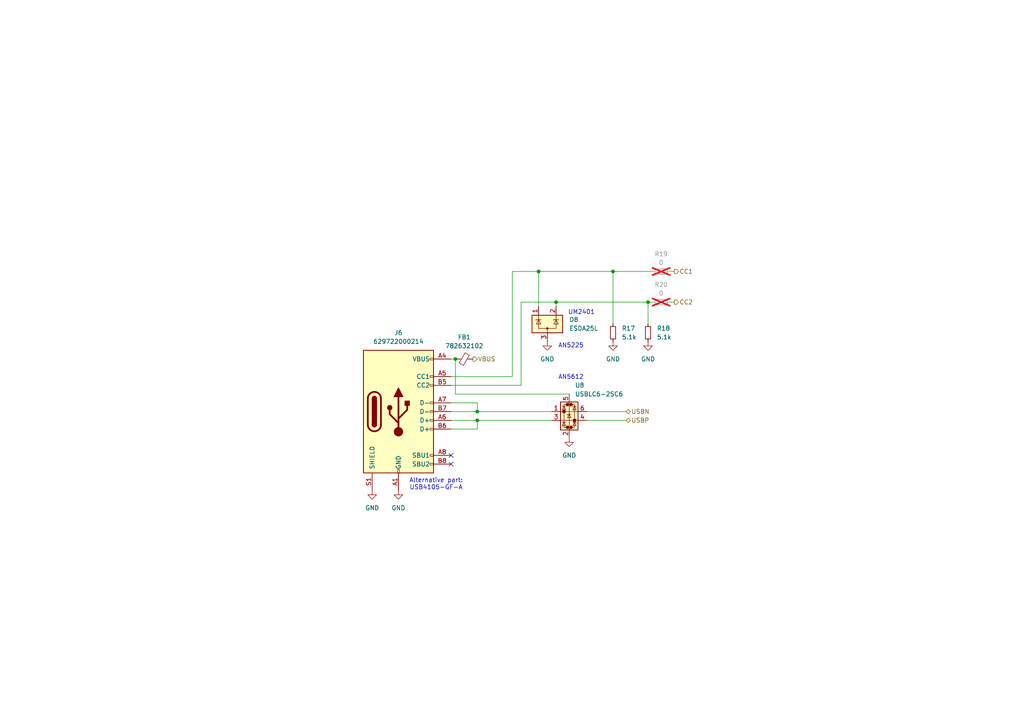
<source format=kicad_sch>
(kicad_sch (version 20231120) (generator "eeschema") (generator_version "8.0")
  (paper "A4")
  (title_block (title "USB Type-C"))
  (lib_symbols
    (symbol "Connector:USB_C_Receptacle_USB2.0_16P" (pin_names (offset 1.016))
      (property "Reference" "J" (at 0 22.225 0))
      (property "Value" "USB_C_Receptacle_USB2.0_16P" (at 0 19.685 0))
      (symbol "USB_C_Receptacle_USB2.0_16P_0_0"
        (rectangle (start -0.254 -17.78) (end 0.254 -16.764))
        (rectangle (start 10.16 -14.986) (end 9.144 -15.494))
        (rectangle (start 10.16 -12.446) (end 9.144 -12.954))
        (rectangle (start 10.16 -4.826) (end 9.144 -5.334))
        (rectangle (start 10.16 -2.286) (end 9.144 -2.794))
        (rectangle (start 10.16 0.254) (end 9.144 -0.254))
        (rectangle (start 10.16 2.794) (end 9.144 2.286))
        (rectangle (start 10.16 7.874) (end 9.144 7.366))
        (rectangle (start 10.16 10.414) (end 9.144 9.906))
        (rectangle (start 10.16 15.494) (end 9.144 14.986))
      )
      (symbol "USB_C_Receptacle_USB2.0_16P_0_1"
        (rectangle (start -10.16 17.78) (end 10.16 -17.78) (stroke (width 0.254)) (fill (type background)))
        (arc (start -8.89 -3.81) (mid -6.985 -5.7067) (end -5.08 -3.81) (stroke (width 0.508)))
        (arc (start -7.62 -3.81) (mid -6.985 -4.4423) (end -6.35 -3.81) (stroke (width 0.254)))
        (arc (start -7.62 -3.81) (mid -6.985 -4.4423) (end -6.35 -3.81) (stroke (width 0.254)) (fill (type outline)))
        (rectangle (start -7.62 -3.81) (end -6.35 3.81) (stroke (width 0.254)) (fill (type outline)))
        (arc (start -6.35 3.81) (mid -6.985 4.4423) (end -7.62 3.81) (stroke (width 0.254)))
        (arc (start -6.35 3.81) (mid -6.985 4.4423) (end -7.62 3.81) (stroke (width 0.254)) (fill (type outline)))
        (arc (start -5.08 3.81) (mid -6.985 5.7067) (end -8.89 3.81) (stroke (width 0.508)))
        (circle (center -2.54 1.143) (radius 0.635) (stroke (width 0.254)) (fill (type outline)))
        (circle (center 0 -5.842) (radius 1.27) (fill (type outline)))
        (polyline (pts (xy -8.89 -3.81) (xy -8.89 3.81)) (stroke (width 0.508)))
        (polyline (pts (xy -5.08 3.81) (xy -5.08 -3.81)) (stroke (width 0.508)))
        (polyline (pts (xy 0 -5.842) (xy 0 4.318)) (stroke (width 0.508)))
        (polyline (pts (xy 0 -3.302) (xy -2.54 -0.762) (xy -2.54 0.508)) (stroke (width 0.508)))
        (polyline (pts (xy 0 -2.032) (xy 2.54 0.508) (xy 2.54 1.778)) (stroke (width 0.508)))
        (polyline (pts (xy -1.27 4.318) (xy 0 6.858) (xy 1.27 4.318) (xy -1.27 4.318)) (stroke (width 0.254)) (fill (type outline)))
        (rectangle (start 1.905 1.778) (end 3.175 3.048) (stroke (width 0.254)) (fill (type outline)))
      )
      (symbol "USB_C_Receptacle_USB2.0_16P_1_1"
        (pin passive line (at 0 -22.86 90) (length 5.08) (name "GND") (number "A1"))
        (pin passive line (at 0 -22.86 90) (length 5.08) hide (name "GND") (number "A12"))
        (pin passive line (at 15.24 15.24 180) (length 5.08) (name "VBUS") (number "A4"))
        (pin bidirectional line (at 15.24 10.16 180) (length 5.08) (name "CC1") (number "A5"))
        (pin bidirectional line (at 15.24 -2.54 180) (length 5.08) (name "D+") (number "A6"))
        (pin bidirectional line (at 15.24 2.54 180) (length 5.08) (name "D-") (number "A7"))
        (pin bidirectional line (at 15.24 -12.7 180) (length 5.08) (name "SBU1") (number "A8"))
        (pin passive line (at 15.24 15.24 180) (length 5.08) hide (name "VBUS") (number "A9"))
        (pin passive line (at 0 -22.86 90) (length 5.08) hide (name "GND") (number "B1"))
        (pin passive line (at 0 -22.86 90) (length 5.08) hide (name "GND") (number "B12"))
        (pin passive line (at 15.24 15.24 180) (length 5.08) hide (name "VBUS") (number "B4"))
        (pin bidirectional line (at 15.24 7.62 180) (length 5.08) (name "CC2") (number "B5"))
        (pin bidirectional line (at 15.24 -5.08 180) (length 5.08) (name "D+") (number "B6"))
        (pin bidirectional line (at 15.24 0 180) (length 5.08) (name "D-") (number "B7"))
        (pin bidirectional line (at 15.24 -15.24 180) (length 5.08) (name "SBU2") (number "B8"))
        (pin passive line (at 15.24 15.24 180) (length 5.08) hide (name "VBUS") (number "B9"))
        (pin passive line (at -7.62 -22.86 90) (length 5.08) (name "SHIELD") (number "S1"))
      )
    )
    (symbol "Device:FerriteBead_Small" (pin_numbers hide) (pin_names (offset 0))
      (property "Reference" "FB" (at 1.905 1.27 0))
      (property "Value" "FerriteBead_Small" (at 1.905 -1.27 0))
      (symbol "FerriteBead_Small_0_1"
        (polyline (pts (xy 0 -1.27) (xy 0 -0.7874)))
        (polyline (pts (xy 0 0.889) (xy 0 1.2954)))
        (polyline (pts (xy -1.8288 0.2794) (xy -1.1176 1.4986) (xy 1.8288 -0.2032) (xy 1.1176 -1.4224) (xy -1.8288 0.2794)))
      )
      (symbol "FerriteBead_Small_1_1"
        (pin passive line (at 0 2.54 270) (length 1.27) (name "~") (number "1"))
        (pin passive line (at 0 -2.54 90) (length 1.27) (name "~") (number "2"))
      )
    )
    (symbol "Device:R_Small" (pin_numbers hide) (pin_names (offset 0.254) hide)
      (property "Reference" "R" (at 0.762 0.508 0))
      (property "Value" "R_Small" (at 0.762 -1.016 0))
      (symbol "R_Small_0_1"
        (rectangle (start -0.762 1.778) (end 0.762 -1.778) (stroke (width 0.2032)))
      )
      (symbol "R_Small_1_1"
        (pin passive line (at 0 2.54 270) (length 0.762) (name "~") (number "1"))
        (pin passive line (at 0 -2.54 90) (length 0.762) (name "~") (number "2"))
      )
    )
    (symbol "Power_Protection:ESDA5V3L" (pin_names hide)
      (property "Reference" "D" (at 5.715 2.54 0))
      (property "Value" "ESDA5V3L" (at 5.715 0.635 0))
      (symbol "ESDA5V3L_0_0"
        (pin passive line (at 0 -5.08 90) (length 2.54) (name "A") (number "3"))
      )
      (symbol "ESDA5V3L_0_1"
        (rectangle (start -4.445 2.54) (end 4.445 -2.54) (stroke (width 0.254)) (fill (type background)))
        (circle (center 0 -1.27) (radius 0.254) (fill (type outline)))
        (polyline (pts (xy -2.54 2.54) (xy -2.54 1.27)))
        (polyline (pts (xy 0 -1.27) (xy 0 -2.54)))
        (polyline (pts (xy 2.54 2.54) (xy 2.54 1.27)))
        (polyline (pts (xy -3.302 1.016) (xy -3.302 1.27) (xy -1.905 1.27) (xy -1.778 1.27)))
        (polyline (pts (xy -2.54 1.27) (xy -2.54 -1.27) (xy 2.54 -1.27) (xy 2.54 1.27)))
        (polyline (pts (xy -2.54 1.27) (xy -1.905 0) (xy -3.175 0) (xy -2.54 1.27)))
        (polyline (pts (xy 1.778 1.016) (xy 1.778 1.27) (xy 3.175 1.27) (xy 3.302 1.27)))
        (polyline (pts (xy 2.54 1.27) (xy 1.905 0) (xy 3.175 0) (xy 2.54 1.27)))
      )
      (symbol "ESDA5V3L_1_1"
        (pin passive line (at -2.54 5.08 270) (length 2.54) (name "K") (number "1"))
        (pin passive line (at 2.54 5.08 270) (length 2.54) (name "K") (number "2"))
      )
    )
    (symbol "Power_Protection:USBLC6-2SC6" (pin_names hide)
      (property "Reference" "U" (at 0.635 5.715 0))
      (property "Value" "USBLC6-2SC6" (at 0.635 3.81 0))
      (symbol "USBLC6-2SC6_0_0"
        (circle (center -1.524 0) (radius 0.0001) (stroke (width 0.508)))
        (circle (center -0.508 -4.572) (radius 0.0001) (stroke (width 0.508)))
        (circle (center -0.508 2.032) (radius 0.0001) (stroke (width 0.508)))
        (circle (center 0.508 -4.572) (radius 0.0001) (stroke (width 0.508)))
        (circle (center 0.508 2.032) (radius 0.0001) (stroke (width 0.508)))
        (circle (center 1.524 -2.54) (radius 0.0001) (stroke (width 0.508)))
      )
      (symbol "USBLC6-2SC6_0_1"
        (polyline (pts (xy -2.54 -2.54) (xy 2.54 -2.54)))
        (polyline (pts (xy -2.54 0) (xy 2.54 0)))
        (polyline (pts (xy -2.032 -3.048) (xy -1.016 -3.048)))
        (polyline (pts (xy -1.016 1.524) (xy -2.032 1.524)))
        (polyline (pts (xy 1.016 -3.048) (xy 2.032 -3.048)))
        (polyline (pts (xy 1.016 1.524) (xy 2.032 1.524)))
        (polyline (pts (xy -0.508 -1.143) (xy -0.508 -0.762) (xy 0.508 -0.762)))
        (polyline (pts (xy -2.032 0.508) (xy -1.016 0.508) (xy -1.524 1.524) (xy -2.032 0.508)))
        (polyline (pts (xy -1.016 -4.064) (xy -2.032 -4.064) (xy -1.524 -3.048) (xy -1.016 -4.064)))
        (polyline (pts (xy 0.508 -1.778) (xy -0.508 -1.778) (xy 0 -0.762) (xy 0.508 -1.778)))
        (polyline (pts (xy 2.032 -4.064) (xy 1.016 -4.064) (xy 1.524 -3.048) (xy 2.032 -4.064)))
        (polyline (pts (xy 2.032 0.508) (xy 1.016 0.508) (xy 1.524 1.524) (xy 2.032 0.508)))
        (polyline (pts (xy 0 2.54) (xy -0.508 2.032) (xy 0.508 2.032) (xy 0 1.524) (xy 0 -4.064) (xy -0.508 -4.572) (xy 0.508 -4.572) (xy 0 -5.08)))
      )
      (symbol "USBLC6-2SC6_1_1"
        (rectangle (start -2.54 2.794) (end 2.54 -5.334) (stroke (width 0.254)) (fill (type background)))
        (polyline (pts (xy -0.508 2.032) (xy -1.524 2.032) (xy -1.524 -4.572) (xy -0.508 -4.572)))
        (polyline (pts (xy 0.508 -4.572) (xy 1.524 -4.572) (xy 1.524 2.032) (xy 0.508 2.032)))
        (pin passive line (at -5.08 0 0) (length 2.54) (name "I/O1") (number "1"))
        (pin passive line (at 0 -7.62 90) (length 2.54) (name "GND") (number "2"))
        (pin passive line (at -5.08 -2.54 0) (length 2.54) (name "I/O2") (number "3"))
        (pin passive line (at 5.08 -2.54 180) (length 2.54) (name "I/O2") (number "4"))
        (pin passive line (at 0 5.08 270) (length 2.54) (name "VBUS") (number "5"))
        (pin passive line (at 5.08 0 180) (length 2.54) (name "I/O1") (number "6"))
      )
    )
    (symbol "power:GND" (power) (pin_numbers hide) (pin_names (offset 0) hide)
      (property "Value" "GND" (at 0 -3.81 0))
      (symbol "GND_0_1"
        (polyline (pts (xy 0 0) (xy 0 -1.27) (xy 1.27 -1.27) (xy 0 -2.54) (xy -1.27 -1.27) (xy 0 -1.27)))
      )
      (symbol "GND_1_1"
        (pin power_in line (at 0 0 270) (length 0) (name "~") (number "1"))
      )
    )
  )
  (junction (at 132.08 104.14))
  (junction (at 187.96 87.63))
  (junction (at 161.29 87.63))
  (junction (at 138.43 121.92))
  (junction (at 156.21 78.74))
  (junction (at 138.43 119.38))
  (junction (at 177.8 78.74))
  (no_connect (at 130.81 134.62))
  (no_connect (at 130.81 132.08))
  (wire (pts (xy 138.43 119.38) (xy 130.81 119.38)))
  (wire (pts (xy 189.23 78.74) (xy 177.8 78.74)))
  (wire (pts (xy 156.21 78.74) (xy 156.21 88.9)))
  (wire (pts (xy 130.81 109.22) (xy 148.59 109.22)))
  (wire (pts (xy 130.81 124.46) (xy 138.43 124.46)))
  (wire (pts (xy 161.29 87.63) (xy 161.29 88.9)))
  (wire (pts (xy 138.43 121.92) (xy 160.02 121.92)))
  (wire (pts (xy 151.13 87.63) (xy 161.29 87.63)))
  (wire (pts (xy 132.08 104.14) (xy 132.08 114.3)))
  (wire (pts (xy 161.29 87.63) (xy 187.96 87.63)))
  (wire (pts (xy 148.59 109.22) (xy 148.59 78.74)))
  (wire (pts (xy 130.81 116.84) (xy 138.43 116.84)))
  (wire (pts (xy 195.58 87.63) (xy 194.31 87.63)))
  (wire (pts (xy 170.18 121.92) (xy 181.61 121.92)))
  (wire (pts (xy 187.96 87.63) (xy 187.96 93.98)))
  (wire (pts (xy 130.81 121.92) (xy 138.43 121.92)))
  (wire (pts (xy 156.21 78.74) (xy 177.8 78.74)))
  (wire (pts (xy 195.58 78.74) (xy 194.31 78.74)))
  (wire (pts (xy 148.59 78.74) (xy 156.21 78.74)))
  (wire (pts (xy 177.8 78.74) (xy 177.8 93.98)))
  (wire (pts (xy 138.43 124.46) (xy 138.43 121.92)))
  (wire (pts (xy 181.61 119.38) (xy 170.18 119.38)))
  (wire (pts (xy 151.13 111.76) (xy 151.13 87.63)))
  (wire (pts (xy 138.43 116.84) (xy 138.43 119.38)))
  (wire (pts (xy 138.43 119.38) (xy 160.02 119.38)))
  (wire (pts (xy 189.23 87.63) (xy 187.96 87.63)))
  (wire (pts (xy 130.81 104.14) (xy 132.08 104.14)))
  (wire (pts (xy 132.08 114.3) (xy 165.1 114.3)))
  (wire (pts (xy 130.81 111.76) (xy 151.13 111.76)))
  (text "UM2401" (at 168.656 90.678 0) (effects (font (size 1.27 1.27))))
  (text "AN5225" (at 165.608 100.33 0) (effects (font (size 1.27 1.27))))
  (text "AN5612" (at 165.608 109.474 0) (effects (font (size 1.27 1.27))))
  (text "Alternative part:\nUSB4105-GF-A" (at 126.492 140.462 0) (effects (font (size 1.27 1.27))))
  (hierarchical_label "USBN" (shape bidirectional) (at 181.61 119.38 0))
  (hierarchical_label "CC2" (shape output) (at 195.58 87.63 0))
  (hierarchical_label "CC1" (shape output) (at 195.58 78.74 0))
  (hierarchical_label "USBP" (shape bidirectional) (at 181.61 121.92 0))
  (hierarchical_label "VBUS" (shape output) (at 137.16 104.14 0))
  (symbol (lib_id "Power_Protection:USBLC6-2SC6") (at 165.1 119.38 0) (unit 1)
    (property "Reference" "U8" (at 166.7511 111.76 0) (effects (justify left)))
    (property "Value" "USBLC6-2SC6" (at 166.7511 114.3 0) (effects (justify left)))
    (property "Footprint" "Package_TO_SOT_SMD:SOT-23-6" (effects (hide yes)))
    (property "Datasheet" "https://www.st.com/resource/en/datasheet/usblc6-2.pdf" (effects (hide yes)))
    (property "Description" "Very low capacitance ESD protection diode, 2 data-line, SOT-23-6" (effects (hide yes)))
  )
  (symbol (lib_id "power:GND") (at 165.1 127 0) (unit 1)
    (property "Reference" "#PWR054" (effects (hide yes)))
    (property "Value" "GND" (at 165.1 132.08 0))
    (property "Description" "Power symbol creates a global label with name \"GND\" , ground" (effects (hide yes)))
  )
  (symbol (lib_id "Device:R_Small") (at 177.8 96.52 0) (unit 1)
    (property "Reference" "R17" (at 180.34 95.2499 0) (effects (justify left)))
    (property "Value" "5.1k" (at 180.34 97.7899 0) (effects (justify left)))
    (property "Footprint" "Resistor_SMD:R_0805_2012Metric" (effects (hide yes)))
    (property "Description" "Resistor, small symbol" (effects (hide yes)))
    (property "MPN" "560112120019" (effects (hide yes)))
  )
  (symbol (lib_id "Device:R_Small") (at 187.96 96.52 0) (unit 1)
    (property "Reference" "R18" (at 190.5 95.2499 0) (effects (justify left)))
    (property "Value" "5.1k" (at 190.5 97.7899 0) (effects (justify left)))
    (property "Footprint" "Resistor_SMD:R_0805_2012Metric" (effects (hide yes)))
    (property "Description" "Resistor, small symbol" (effects (hide yes)))
    (property "MPN" "560112120019" (effects (hide yes)))
  )
  (symbol (lib_id "power:GND") (at 115.57 142.24 0) (unit 1)
    (property "Reference" "#PWR052" (effects (hide yes)))
    (property "Value" "GND" (at 115.57 147.32 0))
    (property "Description" "Power symbol creates a global label with name \"GND\" , ground" (effects (hide yes)))
  )
  (symbol (lib_id "power:GND") (at 107.95 142.24 0) (unit 1)
    (property "Reference" "#PWR051" (effects (hide yes)))
    (property "Value" "GND" (at 107.95 147.32 0))
    (property "Description" "Power symbol creates a global label with name \"GND\" , ground" (effects (hide yes)))
  )
  (symbol (lib_id "Connector:USB_C_Receptacle_USB2.0_16P") (at 115.57 119.38 0) (unit 1)
    (property "Reference" "J6" (at 115.57 96.52 0))
    (property "Value" "629722000214" (at 115.57 99.06 0))
    (property "Footprint" "bao-lib:629722000214" (effects (hide yes)))
    (property "Datasheet" "https://www.usb.org/sites/default/files/documents/usb_type-c.zip" (effects (hide yes)))
    (property "Description" "USB 2.0-only 16P Type-C Receptacle connector" (effects (hide yes)))
  )
  (symbol (lib_id "Power_Protection:ESDA5V3L") (at 158.75 93.98 0) (unit 1)
    (property "Reference" "D8" (at 165.1 92.7099 0) (effects (justify left)))
    (property "Value" "ESDA25L" (at 165.1 95.2499 0) (effects (justify left)))
    (property "Footprint" "Package_TO_SOT_SMD:SOT-23-3" (effects (hide yes)))
    (property "Datasheet" "https://www.st.com/resource/en/datasheet/esdal.pdf" (effects (hide yes)))
    (property "Description" "TVS Diode Array, 5.5V Standoff, 2 Channels, SOT23" (effects (hide yes)))
  )
  (symbol (lib_id "power:GND") (at 158.75 99.06 0) (unit 1)
    (property "Reference" "#PWR053" (effects (hide yes)))
    (property "Value" "GND" (at 158.75 104.14 0))
    (property "Description" "Power symbol creates a global label with name \"GND\" , ground" (effects (hide yes)))
  )
  (symbol (lib_id "Device:FerriteBead_Small") (at 134.62 104.14 270) (unit 1)
    (property "Reference" "FB1" (at 134.6581 97.79 90))
    (property "Value" "782632102" (at 134.6581 100.33 90))
    (property "Footprint" "Inductor_SMD:L_0603_1608Metric" (effects (hide yes)))
    (property "Description" "Ferrite bead, small symbol" (effects (hide yes)))
  )
  (symbol (lib_id "Device:R_Small") (at 191.77 87.63 90) (unit 1) (dnp yes)
    (property "Reference" "R20" (at 191.77 82.55 90))
    (property "Value" "0" (at 191.77 85.09 90))
    (property "Footprint" "Resistor_SMD:R_0603_1608Metric" (effects (hide yes)))
    (property "Description" "Resistor, small symbol" (effects (hide yes)))
    (property "MPN" "560112116001" (effects (hide yes)))
  )
  (symbol (lib_id "power:GND") (at 177.8 99.06 0) (unit 1)
    (property "Reference" "#PWR055" (effects (hide yes)))
    (property "Value" "GND" (at 177.8 104.14 0))
    (property "Description" "Power symbol creates a global label with name \"GND\" , ground" (effects (hide yes)))
  )
  (symbol (lib_id "Device:R_Small") (at 191.77 78.74 90) (unit 1) (dnp yes)
    (property "Reference" "R19" (at 191.77 73.66 90))
    (property "Value" "0" (at 191.77 76.2 90))
    (property "Footprint" "Resistor_SMD:R_0603_1608Metric" (effects (hide yes)))
    (property "Description" "Resistor, small symbol" (effects (hide yes)))
    (property "MPN" "560112116001" (effects (hide yes)))
  )
  (symbol (lib_id "power:GND") (at 187.96 99.06 0) (unit 1)
    (property "Reference" "#PWR056" (effects (hide yes)))
    (property "Value" "GND" (at 187.96 104.14 0))
    (property "Description" "Power symbol creates a global label with name \"GND\" , ground" (effects (hide yes)))
  )
)
</source>
